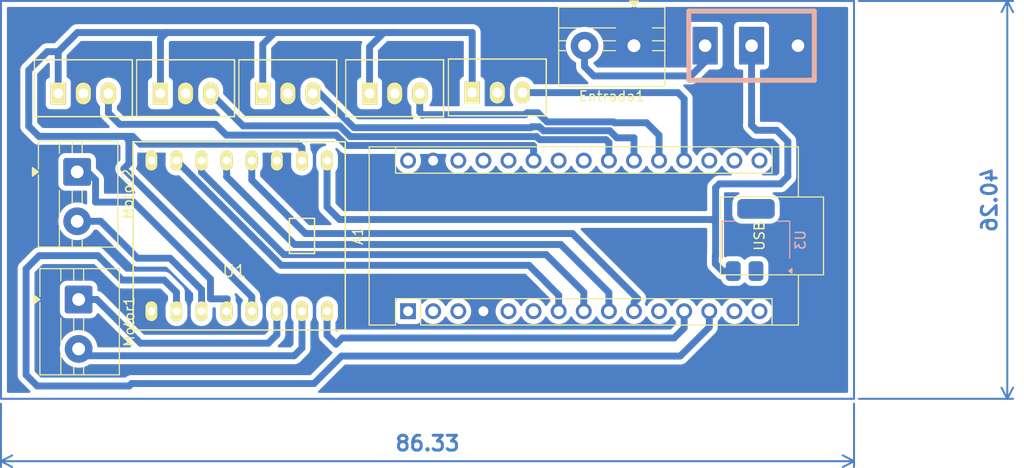
<source format=kicad_pcb>
(kicad_pcb (version 20241229) (generator "pcbnew") (generator_version "9.0")
  (layers (0 "F.Cu" signal) (2 "B.Cu" signal) (13 "F.Paste" user) (15 "B.Paste" user) (5 "F.SilkS" user "F.Silkscreen") (7 "B.SilkS" user "B.Silkscreen") (1 "F.Mask" user) (3 "B.Mask" user) (25 "Edge.Cuts" user))
  (net 0 "")
  (net 1 "Sh3")
  (net 5 "+5V")
  (net 6 "PWMA")
  (net 8 "GND")
  (net 10 "Sh1")
  (net 15 "B2")
  (net 16 "B1")
  (net 18 "out1")
  (net 19 "A2")
  (net 23 "out2")
  (net 24 "PWMB")
  (net 28 "A1")
  (net 29 "Sh2")
  (net 30 "VCC")
  (net 31 "M1a")
  (net 32 "M1b")
  (net 33 "M2b")
  (net 34 "M2a")
  (net 35 "Net-(Entrada1-Pin_2)")
  (footprint "EESTN5:TB6612_Breakout" (layer "F.Cu") (at 97.05 70.65 180)
    (property "Reference" "U1" (at 0.508 -3.556 0) (layer "F.SilkS") (effects (font (size 1.2 1.2))))
    (property "Value" "TB6612_BREAKOUT")
    (fp_line (start 10.7315 -9.525) (end 10.7315 9.525) (stroke (width 0.15)) (layer "F.SilkS"))
    (fp_line (start 10.7315 -9.525) (end -10.7315 -9.525) (stroke (width 0.15)) (layer "F.SilkS"))
    (fp_line (start -5.08 -1.778) (end -5.08 1.778) (stroke (width 0.15)) (layer "F.SilkS"))
    (fp_line (start -7.62 1.778) (end -5.08 1.778) (stroke (width 0.15)) (layer "F.SilkS"))
    (fp_line (start -7.62 1.778) (end -7.62 -1.778) (stroke (width 0.15)) (layer "F.SilkS"))
    (fp_line (start -7.62 -1.778) (end -5.08 -1.778) (stroke (width 0.15)) (layer "F.SilkS"))
    (fp_line (start -10.7315 9.525) (end 10.7315 9.525) (stroke (width 0.15)) (layer "F.SilkS"))
    (fp_line (start -10.7315 9.525) (end -10.7315 -9.525) (stroke (width 0.15)) (layer "F.SilkS"))
    (pad "1" thru_hole oval (at -8.89 7.62 180) (size 1.2 2) (drill 0.8) (layers "*.Cu" "*.Mask" "F.SilkS") (net 30 "VCC"))
    (pad "2" thru_hole oval (at -6.35 7.62 180) (size 1.2 2) (drill 0.8) (layers "*.Cu" "*.Mask" "F.SilkS") (net 5 "+5V"))
    (pad "3" thru_hole oval (at -3.81 7.62 180) (size 1.2 2) (drill 0.8) (layers "*.Cu" "*.Mask" "F.SilkS") (net 8 "GND"))
    (pad "4" thru_hole oval (at -1.27 7.62 180) (size 1.2 2) (drill 0.8) (layers "*.Cu" "*.Mask" "F.SilkS") (net 28 "A1"))
    (pad "5" thru_hole oval (at 1.27 7.62 180) (size 1.2 2) (drill 0.8) (layers "*.Cu" "*.Mask" "F.SilkS") (net 19 "A2"))
    (pad "6" thru_hole oval (at 3.81 7.62 180) (size 1.2 2) (drill 0.8) (layers "*.Cu" "*.Mask" "F.SilkS") (net 16 "B1"))
    (pad "7" thru_hole oval (at 6.35 7.62 180) (size 1.2 2) (drill 0.8) (layers "*.Cu" "*.Mask" "F.SilkS") (net 15 "B2"))
    (pad "8" thru_hole oval (at 8.89 7.62 180) (size 1.2 2) (drill 0.8) (layers "*.Cu" "*.Mask" "F.SilkS") (net 8 "GND"))
    (pad "9" thru_hole oval (at 8.89 -7.62 180) (size 1.2 2) (drill 0.8) (layers "*.Cu" "*.Mask" "F.SilkS") (net 8 "GND"))
    (pad "10" thru_hole oval (at 6.35 -7.62 180) (size 1.2 2) (drill 0.8) (layers "*.Cu" "*.Mask" "F.SilkS") (net 24 "PWMB"))
    (pad "11" thru_hole oval (at 3.81 -7.62 180) (size 1.2 2) (drill 0.8) (layers "*.Cu" "*.Mask" "F.SilkS") (net 33 "M2b"))
    (pad "12" thru_hole oval (at 1.27 -7.62 180) (size 1.2 2) (drill 0.8) (layers "*.Cu" "*.Mask" "F.SilkS") (net 34 "M2a"))
    (pad "13" thru_hole oval (at -1.27 -7.62 180) (size 1.2 2) (drill 0.8) (layers "*.Cu" "*.Mask" "F.SilkS") (net 5 "+5V"))
    (pad "14" thru_hole oval (at -3.81 -7.62 180) (size 1.2 2) (drill 0.8) (layers "*.Cu" "*.Mask" "F.SilkS") (net 31 "M1a"))
    (pad "15" thru_hole oval (at -6.35 -7.62 180) (size 1.2 2) (drill 0.8) (layers "*.Cu" "*.Mask" "F.SilkS") (net 32 "M1b"))
    (pad "16" thru_hole oval (at -8.89 -7.62 180) (size 1.2 2) (drill 0.8) (layers "*.Cu" "*.Mask" "F.SilkS") (net 6 "PWMA"))
  )
  (footprint "EESTN5:JST-3V" (layer "F.Cu") (at 101.97 56.23)
    (property "Reference" "Sharp3" (hide yes))
    (property "Value" "Conn_01x03_Pin" (hide yes))
    (fp_line (start -4.95 -3.4) (end -4.95 2.35) (stroke (width 0.12)) (layer "F.SilkS"))
    (fp_line (start 4.95 -3.4) (end -4.95 -3.4) (stroke (width 0.15)) (layer "F.SilkS"))
    (fp_line (start 4.95 -3.4) (end 4.95 2.35) (stroke (width 0.15)) (layer "F.SilkS"))
    (fp_line (start 4.95 2.35) (end -4.95 2.35) (stroke (width 0.15)) (layer "F.SilkS"))
    (pad "1" thru_hole rect (at -2.54 0) (size 1.524 2.19964) (drill 1.00076) (layers "*.Cu" "*.Mask" "F.SilkS") (net 5 "+5V"))
    (pad "2" thru_hole oval (at 0 0) (size 1.524 2.19964) (drill 1.00076) (layers "*.Cu" "*.Mask" "F.SilkS") (net 8 "GND"))
    (pad "3" thru_hole oval (at 2.54 0) (size 1.524 2.19964) (drill 1.00076) (layers "*.Cu" "*.Mask" "F.SilkS") (net 1 "Sh3"))
  )
  (footprint "TerminalBlock:TerminalBlock_MaiXu_MX126-5.0-02P_1x02_P5.00mm" (layer "F.Cu") (at 80.65 64.17 -90)
    (property "Reference" "Motor2" (at 2.25 -5.12 90) (layer "F.SilkS"))
    (property "Value" "Screw_Terminal_01x02" (hide yes))
    (fp_line (start -3.12 3.92) (end -0.3 3.92) (stroke (width 0.12)) (layer "F.SilkS"))
    (fp_line (start 0.3 3.92) (end 7.62 3.92) (stroke (width 0.12)) (layer "F.SilkS"))
    (fp_line (start -3.12 1.8) (end -1.88 1.8) (stroke (width 0.12)) (layer "F.SilkS"))
    (fp_line (start 1.88 1.8) (end 4.457 1.8) (stroke (width 0.12)) (layer "F.SilkS"))
    (fp_line (start 5.543 1.8) (end 7.62 1.8) (stroke (width 0.12)) (layer "F.SilkS"))
    (fp_line (start -3.12 0.5) (end -1.88 0.5) (stroke (width 0.12)) (layer "F.SilkS"))
    (fp_line (start 1.88 0.5) (end 3.188 0.5) (stroke (width 0.12)) (layer "F.SilkS"))
    (fp_line (start 6.812 0.5) (end 7.62 0.5) (stroke (width 0.12)) (layer "F.SilkS"))
    (fp_line (start -3.12 -0.5) (end -1.88 -0.5) (stroke (width 0.12)) (layer "F.SilkS"))
    (fp_line (start 1.88 -0.5) (end 3.188 -0.5) (stroke (width 0.12)) (layer "F.SilkS"))
    (fp_line (start 6.812 -0.5) (end 7.62 -0.5) (stroke (width 0.12)) (layer "F.SilkS"))
    (fp_line (start -3.12 -4.12) (end -3.12 3.92) (stroke (width 0.12)) (layer "F.SilkS"))
    (fp_line (start -3.12 -4.12) (end 7.62 -4.12) (stroke (width 0.12)) (layer "F.SilkS"))
    (fp_line (start 7.62 -4.12) (end 7.62 3.92) (stroke (width 0.12)) (layer "F.SilkS"))
    (fp_poly (pts (xy 0 3.92) (xy 0.44 4.53) (xy -0.44 4.53)) (stroke (width 0.12)) (fill yes) (layer "F.SilkS"))
    (pad "1" thru_hole roundrect (at 0 0 270) (size 2.8 2.8) (drill 1.3) (layers "*.Cu" "*.Mask") (roundrect_rratio 0.089286) (net 34 "M2a"))
    (pad "2" thru_hole circle (at 5 0 270) (size 2.8 2.8) (drill 1.3) (layers "*.Cu" "*.Mask") (net 33 "M2b"))
  )
  (footprint "EESTN5:JST-3V" (layer "F.Cu") (at 81.275 56.23)
    (property "Reference" "Sharp1" (hide yes))
    (property "Value" "Conn_01x03_Pin" (hide yes))
    (fp_line (start -4.95 -3.4) (end -4.95 2.35) (stroke (width 0.12)) (layer "F.SilkS"))
    (fp_line (start 4.95 -3.4) (end -4.95 -3.4) (stroke (width 0.15)) (layer "F.SilkS"))
    (fp_line (start 4.95 -3.4) (end 4.95 2.35) (stroke (width 0.15)) (layer "F.SilkS"))
    (fp_line (start 4.95 2.35) (end -4.95 2.35) (stroke (width 0.15)) (layer "F.SilkS"))
    (pad "1" thru_hole rect (at -2.54 0) (size 1.524 2.19964) (drill 1.00076) (layers "*.Cu" "*.Mask" "F.SilkS") (net 5 "+5V"))
    (pad "2" thru_hole oval (at 0 0) (size 1.524 2.19964) (drill 1.00076) (layers "*.Cu" "*.Mask" "F.SilkS") (net 8 "GND"))
    (pad "3" thru_hole oval (at 2.54 0) (size 1.524 2.19964) (drill 1.00076) (layers "*.Cu" "*.Mask" "F.SilkS") (net 10 "Sh1"))
  )
  (footprint "EESTN5:JST-3V" (layer "F.Cu") (at 112.78 56.23)
    (property "Reference" "sensorpiso2" (hide yes))
    (property "Value" "Conn_01x03_Pin" (hide yes))
    (fp_line (start -4.95 -3.4) (end -4.95 2.35) (stroke (width 0.12)) (layer "F.SilkS"))
    (fp_line (start 4.95 -3.4) (end -4.95 -3.4) (stroke (width 0.15)) (layer "F.SilkS"))
    (fp_line (start 4.95 -3.4) (end 4.95 2.35) (stroke (width 0.15)) (layer "F.SilkS"))
    (fp_line (start 4.95 2.35) (end -4.95 2.35) (stroke (width 0.15)) (layer "F.SilkS"))
    (pad "1" thru_hole rect (at -2.54 0) (size 1.524 2.19964) (drill 1.00076) (layers "*.Cu" "*.Mask" "F.SilkS") (net 5 "+5V"))
    (pad "2" thru_hole oval (at 0 0) (size 1.524 2.19964) (drill 1.00076) (layers "*.Cu" "*.Mask" "F.SilkS") (net 8 "GND"))
    (pad "3" thru_hole oval (at 2.54 0) (size 1.524 2.19964) (drill 1.00076) (layers "*.Cu" "*.Mask" "F.SilkS") (net 23 "out2"))
  )
  (footprint "TerminalBlock:TerminalBlock_MaiXu_MX126-5.0-02P_1x02_P5.00mm" (layer "F.Cu") (at 137 51.4 180)
    (property "Reference" "Entrada1" (at 2.25 -5.12 0) (layer "F.SilkS"))
    (property "Value" "Screw_Terminal_01x02" (hide yes))
    (fp_line (start 7.62 -4.12) (end 7.62 3.92) (stroke (width 0.12)) (layer "F.SilkS"))
    (fp_line (start 6.812 0.5) (end 7.62 0.5) (stroke (width 0.12)) (layer "F.SilkS"))
    (fp_line (start 6.812 -0.5) (end 7.62 -0.5) (stroke (width 0.12)) (layer "F.SilkS"))
    (fp_line (start 5.543 1.8) (end 7.62 1.8) (stroke (width 0.12)) (layer "F.SilkS"))
    (fp_line (start 1.88 1.8) (end 4.457 1.8) (stroke (width 0.12)) (layer "F.SilkS"))
    (fp_line (start 1.88 0.5) (end 3.188 0.5) (stroke (width 0.12)) (layer "F.SilkS"))
    (fp_line (start 1.88 -0.5) (end 3.188 -0.5) (stroke (width 0.12)) (layer "F.SilkS"))
    (fp_line (start 0.3 3.92) (end 7.62 3.92) (stroke (width 0.12)) (layer "F.SilkS"))
    (fp_line (start -3.12 3.92) (end -0.3 3.92) (stroke (width 0.12)) (layer "F.SilkS"))
    (fp_line (start -3.12 1.8) (end -1.88 1.8) (stroke (width 0.12)) (layer "F.SilkS"))
    (fp_line (start -3.12 0.5) (end -1.88 0.5) (stroke (width 0.12)) (layer "F.SilkS"))
    (fp_line (start -3.12 -0.5) (end -1.88 -0.5) (stroke (width 0.12)) (layer "F.SilkS"))
    (fp_line (start -3.12 -4.12) (end 7.62 -4.12) (stroke (width 0.12)) (layer "F.SilkS"))
    (fp_line (start -3.12 -4.12) (end -3.12 3.92) (stroke (width 0.12)) (layer "F.SilkS"))
    (fp_poly (pts (xy 0 3.92) (xy 0.44 4.53) (xy -0.44 4.53)) (stroke (width 0.12)) (fill yes) (layer "F.SilkS"))
    (pad "1" thru_hole roundrect (at 0 0 180) (size 2.8 2.8) (drill 1.3) (layers "*.Cu" "*.Mask") (roundrect_rratio 0.089286) (net 8 "GND"))
    (pad "2" thru_hole circle (at 5 0 180) (size 2.8 2.8) (drill 1.3) (layers "*.Cu" "*.Mask") (net 35 "Net-(Entrada1-Pin_2)"))
  )
  (footprint "Module:Arduino_Nano" (layer "F.Cu") (at 114.14 78.27 90)
    (property "Reference" "A1" (at 7.62 -5.08 90) (layer "F.SilkS"))
    (property "Value" "Arduino_Nano_Every")
    (fp_line (start 16.64 -3.94) (end -1.4 -3.94) (stroke (width 0.12)) (layer "F.SilkS"))
    (fp_line (start -1.4 -3.94) (end -1.4 -1.27) (stroke (width 0.12)) (layer "F.SilkS"))
    (fp_line (start 13.97 -1.27) (end 16.64 -1.27) (stroke (width 0.12)) (layer "F.SilkS"))
    (fp_line (start 13.97 -1.27) (end 13.97 36.83) (stroke (width 0.12)) (layer "F.SilkS"))
    (fp_line (start 1.27 -1.27) (end -1.4 -1.27) (stroke (width 0.12)) (layer "F.SilkS"))
    (fp_line (start 1.27 1.27) (end 1.27 -1.27) (stroke (width 0.12)) (layer "F.SilkS"))
    (fp_line (start 1.27 1.27) (end -1.4 1.27) (stroke (width 0.12)) (layer "F.SilkS"))
    (fp_line (start 1.27 1.27) (end 1.27 36.83) (stroke (width 0.12)) (layer "F.SilkS"))
    (fp_line (start -1.4 1.27) (end -1.4 39.5) (stroke (width 0.12)) (layer "F.SilkS"))
    (fp_line (start 11.56 31.62) (end 11.56 42.04) (stroke (width 0.12)) (layer "F.SilkS"))
    (fp_line (start 3.68 31.62) (end 11.56 31.62) (stroke (width 0.12)) (layer "F.SilkS"))
    (fp_line (start 13.97 36.83) (end 16.64 36.83) (stroke (width 0.12)) (layer "F.SilkS"))
    (fp_line (start 1.27 36.83) (end -1.4 36.83) (stroke (width 0.12)) (layer "F.SilkS"))
    (fp_line (start 16.64 39.5) (end 16.64 -3.94) (stroke (width 0.12)) (layer "F.SilkS"))
    (fp_line (start 16.64 39.5) (end 11.56 39.5) (stroke (width 0.12)) (layer "F.SilkS"))
    (fp_line (start -1.4 39.5) (end 3.68 39.5) (stroke (width 0.12)) (layer "F.SilkS"))
    (fp_line (start 11.56 42.04) (end 3.68 42.04) (stroke (width 0.12)) (layer "F.SilkS"))
    (fp_line (start 3.68 42.04) (end 3.68 31.62) (stroke (width 0.12)) (layer "F.SilkS"))
    (fp_text user "USB" (at 7.62 35.56 90) (layer "F.SilkS"))
    (pad "1" thru_hole rect (at 0 0 90) (size 1.6 1.6) (drill 1) (layers "*.Cu" "*.Mask"))
    (pad "2" thru_hole oval (at 0 2.54 90) (size 1.6 1.6) (drill 1) (layers "*.Cu" "*.Mask"))
    (pad "3" thru_hole oval (at 0 5.08 90) (size 1.6 1.6) (drill 1) (layers "*.Cu" "*.Mask"))
    (pad "4" thru_hole trapezoid (at 0 7.62 90) (size 1.6 1.6) (drill 1) (layers "*.Cu" "*.Mask") (net 8 "GND"))
    (pad "5" thru_hole oval (at 0 10.16 90) (size 1.6 1.6) (drill 1) (layers "*.Cu" "*.Mask"))
    (pad "6" thru_hole oval (at 0 12.7 90) (size 1.6 1.6) (drill 1) (layers "*.Cu" "*.Mask"))
    (pad "7" thru_hole oval (at 0 15.24 90) (size 1.6 1.6) (drill 1) (layers "*.Cu" "*.Mask") (net 15 "B2"))
    (pad "8" thru_hole oval (at 0 17.78 90) (size 1.6 1.6) (drill 1) (layers "*.Cu" "*.Mask") (net 16 "B1"))
    (pad "9" thru_hole oval (at 0 20.32 90) (size 1.6 1.6) (drill 1) (layers "*.Cu" "*.Mask") (net 19 "A2"))
    (pad "10" thru_hole oval (at 0 22.86 90) (size 1.6 1.6) (drill 1) (layers "*.Cu" "*.Mask") (net 28 "A1"))
    (pad "11" thru_hole oval (at 0 25.4 90) (size 1.6 1.6) (drill 1) (layers "*.Cu" "*.Mask"))
    (pad "12" thru_hole oval (at 0 27.94 90) (size 1.6 1.6) (drill 1) (layers "*.Cu" "*.Mask") (net 6 "PWMA"))
    (pad "13" thru_hole oval (at 0 30.48 90) (size 1.6 1.6) (drill 1) (layers "*.Cu" "*.Mask") (net 24 "PWMB"))
    (pad "14" thru_hole oval (at 0 33.02 90) (size 1.6 1.6) (drill 1) (layers "*.Cu" "*.Mask"))
    (pad "15" thru_hole oval (at 0 35.56 90) (size 1.6 1.6) (drill 1) (layers "*.Cu" "*.Mask"))
    (pad "16" thru_hole oval (at 15.24 35.56 90) (size 1.6 1.6) (drill 1) (layers "*.Cu" "*.Mask"))
    (pad "17" thru_hole oval (at 15.24 33.02 90) (size 1.6 1.6) (drill 1) (layers "*.Cu" "*.Mask"))
    (pad "18" thru_hole oval (at 15.24 30.48 90) (size 1.6 1.6) (drill 1) (layers "*.Cu" "*.Mask"))
    (pad "19" thru_hole oval (at 15.24 27.94 90) (size 1.6 1.6) (drill 1) (layers "*.Cu" "*.Mask") (net 18 "out1"))
    (pad "20" thru_hole oval (at 15.24 25.4 90) (size 1.6 1.6) (drill 1) (layers "*.Cu" "*.Mask") (net 23 "out2"))
    (pad "21" thru_hole oval (at 15.24 22.86 90) (size 1.6 1.6) (drill 1) (layers "*.Cu" "*.Mask") (net 1 "Sh3"))
    (pad "22" thru_hole oval (at 15.24 20.32 90) (size 1.6 1.6) (drill 1) (layers "*.Cu" "*.Mask") (net 29 "Sh2"))
    (pad "23" thru_hole oval (at 15.24 17.78 90) (size 1.6 1.6) (drill 1) (layers "*.Cu" "*.Mask"))
    (pad "24" thru_hole oval (at 15.24 15.24 90) (size 1.6 1.6) (drill 1) (layers "*.Cu" "*.Mask"))
    (pad "25" thru_hole oval (at 15.24 12.7 90) (size 1.6 1.6) (drill 1) (layers "*.Cu" "*.Mask") (net 10 "Sh1"))
    (pad "26" thru_hole oval (at 15.24 10.16 90) (size 1.6 1.6) (drill 1) (layers "*.Cu" "*.Mask"))
    (pad "27" thru_hole oval (at 15.24 7.62 90) (size 1.6 1.6) (drill 1) (layers "*.Cu" "*.Mask"))
    (pad "28" thru_hole oval (at 15.24 5.08 90) (size 1.6 1.6) (drill 1) (layers "*.Cu" "*.Mask"))
    (pad "29" thru_hole oval (at 15.24 2.54 90) (size 1.6 1.6) (drill 1) (layers "*.Cu" "*.Mask") (net 8 "GND"))
    (pad "30" thru_hole oval (at 15.24 0 90) (size 1.6 1.6) (drill 1) (layers "*.Cu" "*.Mask") (net 30 "VCC"))
  )
  (footprint "EESTN5:JST-3V" (layer "F.Cu") (at 123.17 56.15)
    (property "Reference" "sensorpiso1" (hide yes))
    (property "Value" "Conn_01x03_Pin" (hide yes))
    (fp_line (start -4.95 -3.4) (end -4.95 2.35) (stroke (width 0.12)) (layer "F.SilkS"))
    (fp_line (start 4.95 -3.4) (end -4.95 -3.4) (stroke (width 0.15)) (layer "F.SilkS"))
    (fp_line (start 4.95 -3.4) (end 4.95 2.35) (stroke (width 0.15)) (layer "F.SilkS"))
    (fp_line (start 4.95 2.35) (end -4.95 2.35) (stroke (width 0.15)) (layer "F.SilkS"))
    (pad "1" thru_hole rect (at -2.54 0) (size 1.524 2.19964) (drill 1.00076) (layers "*.Cu" "*.Mask" "F.SilkS") (net 5 "+5V"))
    (pad "2" thru_hole oval (at 0 0) (size 1.524 2.19964) (drill 1.00076) (layers "*.Cu" "*.Mask" "F.SilkS") (net 8 "GND"))
    (pad "3" thru_hole oval (at 2.54 0) (size 1.524 2.19964) (drill 1.00076) (layers "*.Cu" "*.Mask" "F.SilkS") (net 18 "out1"))
  )
  (footprint "EESTN5:JST-3V" (layer "F.Cu") (at 91.62 56.23)
    (property "Reference" "Sharp2" (hide yes))
    (property "Value" "Conn_01x03_Pin" (hide yes))
    (fp_line (start -4.95 -3.4) (end -4.95 2.35) (stroke (width 0.12)) (layer "F.SilkS"))
    (fp_line (start 4.95 -3.4) (end -4.95 -3.4) (stroke (width 0.15)) (layer "F.SilkS"))
    (fp_line (start 4.95 -3.4) (end 4.95 2.35) (stroke (width 0.15)) (layer "F.SilkS"))
    (fp_line (start 4.95 2.35) (end -4.95 2.35) (stroke (width 0.15)) (layer "F.SilkS"))
    (pad "1" thru_hole rect (at -2.54 0) (size 1.524 2.19964) (drill 1.00076) (layers "*.Cu" "*.Mask" "F.SilkS") (net 5 "+5V"))
    (pad "2" thru_hole oval (at 0 0) (size 1.524 2.19964) (drill 1.00076) (layers "*.Cu" "*.Mask" "F.SilkS") (net 8 "GND"))
    (pad "3" thru_hole oval (at 2.54 0) (size 1.524 2.19964) (drill 1.00076) (layers "*.Cu" "*.Mask" "F.SilkS") (net 29 "Sh2"))
  )
  (footprint "TerminalBlock:TerminalBlock_MaiXu_MX126-5.0-02P_1x02_P5.00mm" (layer "F.Cu") (at 80.8 77.085 -90)
    (property "Reference" "Motor1" (at 2.25 -5.12 90) (layer "F.SilkS"))
    (property "Value" "Screw_Terminal_01x02" (hide yes))
    (fp_line (start -3.12 3.92) (end -0.3 3.92) (stroke (width 0.12)) (layer "F.SilkS"))
    (fp_line (start 0.3 3.92) (end 7.62 3.92) (stroke (width 0.12)) (layer "F.SilkS"))
    (fp_line (start -3.12 1.8) (end -1.88 1.8) (stroke (width 0.12)) (layer "F.SilkS"))
    (fp_line (start 1.88 1.8) (end 4.457 1.8) (stroke (width 0.12)) (layer "F.SilkS"))
    (fp_line (start 5.543 1.8) (end 7.62 1.8) (stroke (width 0.12)) (layer "F.SilkS"))
    (fp_line (start -3.12 0.5) (end -1.88 0.5) (stroke (width 0.12)) (layer "F.SilkS"))
    (fp_line (start 1.88 0.5) (end 3.188 0.5) (stroke (width 0.12)) (layer "F.SilkS"))
    (fp_line (start 6.812 0.5) (end 7.62 0.5) (stroke (width 0.12)) (layer "F.SilkS"))
    (fp_line (start -3.12 -0.5) (end -1.88 -0.5) (stroke (width 0.12)) (layer "F.SilkS"))
    (fp_line (start 1.88 -0.5) (end 3.188 -0.5) (stroke (width 0.12)) (layer "F.SilkS"))
    (fp_line (start 6.812 -0.5) (end 7.62 -0.5) (stroke (width 0.12)) (layer "F.SilkS"))
    (fp_line (start -3.12 -4.12) (end -3.12 3.92) (stroke (width 0.12)) (layer "F.SilkS"))
    (fp_line (start -3.12 -4.12) (end 7.62 -4.12) (stroke (width 0.12)) (layer "F.SilkS"))
    (fp_line (start 7.62 -4.12) (end 7.62 3.92) (stroke (width 0.12)) (layer "F.SilkS"))
    (fp_poly (pts (xy 0 3.92) (xy 0.44 4.53) (xy -0.44 4.53)) (stroke (width 0.12)) (fill yes) (layer "F.SilkS"))
    (pad "1" thru_hole roundrect (at 0 0 270) (size 2.8 2.8) (drill 1.3) (layers "*.Cu" "*.Mask") (roundrect_rratio 0.089286) (net 31 "M1a"))
    (pad "2" thru_hole circle (at 5 0 270) (size 2.8 2.8) (drill 1.3) (layers "*.Cu" "*.Mask") (net 32 "M1b"))
  )
  (footprint "Package_TO_SOT_SMD:SOT-223-3_TabPin2" (layer "B.Cu") (at 149.35 71.06 90)
    (property "Reference" "U3" (at 0 4.5 90) (layer "B.SilkS") (effects (justify mirror)))
    (property "Value" "AMS1117-1.5" (hide yes))
    (fp_line (start 1.91 -3.41) (end 1.91 -2.15) (stroke (width 0.12)) (layer "B.SilkS"))
    (fp_line (start -1.85 -3.41) (end 1.91 -3.41) (stroke (width 0.12)) (layer "B.SilkS"))
    (fp_line (start 1.91 3.41) (end 1.91 2.15) (stroke (width 0.12)) (layer "B.SilkS"))
    (fp_line (start -1.85 3.41) (end 1.91 3.41) (stroke (width 0.12)) (layer "B.SilkS"))
    (fp_poly (pts (xy -3.13 3.31) (xy -3.37 3.64) (xy -2.89 3.64) (xy -3.13 3.31)) (stroke (width 0.12)) (fill yes) (layer "B.SilkS"))
    (pad "1" smd roundrect (at -3.15 2.3 90) (size 2 1.5) (layers "B.Cu" "B.Mask" "B.Paste") (net 8 "GND"))
    (pad "2" smd roundrect (at -3.15 0 90) (size 2 1.5) (layers "B.Cu" "B.Mask" "B.Paste") (net 5 "+5V"))
    (pad "2" smd roundrect (at 3.15 0 90) (size 2 3.8) (layers "B.Cu" "B.Mask" "B.Paste") (net 5 "+5V"))
    (pad "3" smd roundrect (at -3.15 -2.3 90) (size 2 1.5) (layers "B.Cu" "B.Mask" "B.Paste") (net 30 "VCC"))
  )
  (footprint "EESTN5:SW_SPDT_TH_Vertical" (layer "B.Cu") (at 148.9 51.4 -90)
    (property "Reference" "SW1" (hide yes))
    (property "Value" "SW_Nidec_CAS-120A1" (hide yes))
    (fp_line (start -3.5 6.35) (end -3.5 -6.35) (stroke (width 0.5)) (layer "B.SilkS"))
    (fp_line (start 3.5 6.35) (end -3.5 6.35) (stroke (width 0.5)) (layer "B.SilkS"))
    (fp_line (start 3.5 6.35) (end 3.5 -6.35) (stroke (width 0.508)) (layer "B.SilkS"))
    (fp_line (start -3.5 -6.35) (end 3.5 -6.35) (stroke (width 0.508)) (layer "B.SilkS"))
    (pad "1" thru_hole rect (at 0 4.7 270) (size 3.81 2.54) (drill 1.27) (layers "*.Cu" "*.Mask") (net 35 "Net-(Entrada1-Pin_2)"))
    (pad "2" thru_hole rect (at 0 0 270) (size 3.81 2.54) (drill 1.27) (layers "*.Cu" "*.Mask") (net 30 "VCC"))
    (pad "3" thru_hole rect (at 0 -4.7 270) (size 3.81 2.54) (drill 1.27) (layers "*.Cu" "*.Mask") (net 8 "GND"))
  )
  (gr_rect (start 72.94 46.875) (end 159.27 87.135) (stroke (width 0.2)) (fill no) (layer "B.Cu"))
  (dimension (type orthogonal) (layer "B.Cu") (pts (xy 159.27 46.875) (xy 159.27 87.135)) (height 15.51) (orientation 1) (format (prefix "") (suffix "") (units 3) (units_format 0) (precision 4) (suppress_zeroes yes)) (style (thickness 0.2) (arrow_length 1.27) (text_position_mode 0) (arrow_direction outward) (extension_height 0.58642) (extension_offset 0.5) (keep_text_aligned yes)) (gr_text "40,26" (at 172.98 67.005 90) (layer "B.Cu") (effects (font (size 1.5 1.5) (thickness 0.3)) (justify mirror))))
  (dimension (type orthogonal) (layer "B.Cu") (pts (xy 72.94 87.135) (xy 159.27 87.135)) (height 6.315) (orientation 0) (format (prefix "") (suffix "") (units 3) (units_format 0) (precision 4) (suppress_zeroes yes)) (style (thickness 0.2) (arrow_length 1.27) (text_position_mode 0) (arrow_direction outward) (extension_height 0.58642) (extension_offset 0.5) (keep_text_aligned yes)) (gr_text "86,33" (at 116.105 91.65 0) (layer "B.Cu") (effects (font (size 1.5 1.5) (thickness 0.3)))))
  (segment (start 126.582 59.698) (end 126.681 59.599) (width 0.7) (layer "B.Cu") (net 1))
  (segment (start 126.681 59.599) (end 127.409411 59.599001) (width 0.7) (layer "B.Cu") (net 1))
  (segment (start 105.19 56.23) (end 108.658 59.698) (width 0.7) (layer "B.Cu") (net 1))
  (segment (start 137 60.72) (end 137 63.03) (width 0.7) (layer "B.Cu") (net 1))
  (segment (start 127.837412 60.009) (end 134.553207 60.009001) (width 0.7) (layer "B.Cu") (net 1))
  (segment (start 127.508411 59.698001) (end 127.526414 59.698002) (width 0.7) (layer "B.Cu") (net 1))
  (segment (start 135.264206 60.72) (end 137 60.72) (width 0.7) (layer "B.Cu") (net 1))
  (segment (start 108.658 59.698) (end 126.582 59.698) (width 0.7) (layer "B.Cu") (net 1))
  (segment (start 127.409411 59.599001) (end 127.508411 59.698001) (width 0.7) (layer "B.Cu") (net 1))
  (segment (start 134.553207 60.009001) (end 135.264206 60.72) (width 0.7) (layer "B.Cu") (net 1))
  (segment (start 104.51 56.23) (end 105.19 56.23) (width 0.7) (layer "B.Cu") (net 1))
  (segment (start 127.526414 59.698002) (end 127.837412 60.009) (width 0.7) (layer "B.Cu") (net 1))
  (segment (start 120.63 50.07) (end 120.63 56.15) (width 0.7) (layer "B.Cu") (net 5))
  (segment (start 80.67 50.07) (end 78.735 52.005) (width 0.7) (layer "B.Cu") (net 5))
  (segment (start 111.69 50.07) (end 110.24 51.52) (width 0.7) (layer "B.Cu") (net 5))
  (segment (start 89.08 50.69) (end 89.08 56.23) (width 0.7) (layer "B.Cu") (net 5))
  (segment (start 98.32 78.27) (end 98.32 76.8) (width 0.7) (layer "B.Cu") (net 5))
  (segment (start 86.27 60.58) (end 87.06 61.37) (width 0.7) (layer "B.Cu") (net 5))
  (segment (start 99.43 51.27) (end 99.43 56.23) (width 0.7) (layer "B.Cu") (net 5))
  (segment (start 75.75 53.88) (end 75.75 59.55) (width 0.7) (layer "B.Cu") (net 5))
  (segment (start 112.94 50.07) (end 100.63 50.07) (width 0.7) (layer "B.Cu") (net 5))
  (segment (start 103.4 61.72) (end 103.4 63.03) (width 0.7) (layer "B.Cu") (net 5))
  (segment (start 120.63 50.07) (end 112.94 50.07) (width 0.7) (layer "B.Cu") (net 5))
  (segment (start 100.63 50.07) (end 89.7 50.07) (width 0.7) (layer "B.Cu") (net 5))
  (segment (start 100.63 50.07) (end 99.43 51.27) (width 0.7) (layer "B.Cu") (net 5))
  (segment (start 77.625 52.005) (end 75.75 53.88) (width 0.7) (layer "B.Cu") (net 5))
  (segment (start 76.78 60.58) (end 86.27 60.58) (width 0.7) (layer "B.Cu") (net 5))
  (segment (start 75.75 59.55) (end 76.78 60.58) (width 0.7) (layer "B.Cu") (net 5))
  (segment (start 112.94 50.07) (end 111.69 50.07) (width 0.7) (layer "B.Cu") (net 5))
  (segment (start 85.75 60.84) (end 85.75 60.58) (width 0.7) (layer "B.Cu") (net 5))
  (segment (start 78.735 52.005) (end 78.735 56.23) (width 0.7) (layer "B.Cu") (net 5))
  (segment (start 85.88 60.97) (end 85.75 60.84) (width 0.7) (layer "B.Cu") (net 5))
  (segment (start 85.37 63.85) (end 85.88 63.34) (width 0.7) (layer "B.Cu") (net 5))
  (segment (start 89.7 50.07) (end 89.08 50.69) (width 0.7) (layer "B.Cu") (net 5))
  (segment (start 78.735 52.005) (end 77.625 52.005) (width 0.7) (layer "B.Cu") (net 5))
  (segment (start 87.06 61.37) (end 103.05 61.37) (width 0.7) (layer "B.Cu") (net 5))
  (segment (start 89.7 50.07) (end 80.67 50.07) (width 0.7) (layer "B.Cu") (net 5))
  (segment (start 85.88 63.34) (end 85.88 60.97) (width 0.7) (layer "B.Cu") (net 5))
  (segment (start 110.24 51.52) (end 110.24 56.23) (width 0.7) (layer "B.Cu") (net 5))
  (segment (start 98.32 76.8) (end 85.37 63.85) (width 0.7) (layer "B.Cu") (net 5))
  (segment (start 103.05 61.37) (end 103.4 61.72) (width 0.7) (layer "B.Cu") (net 5))
  (segment (start 105.94 78.27) (end 105.94 80.7) (width 0.7) (layer "B.Cu") (net 6))
  (segment (start 142.08 79.97) (end 142.08 78.27) (width 0.7) (layer "B.Cu") (net 6))
  (segment (start 105.94 80.7) (end 106.85 81.61) (width 0.7) (layer "B.Cu") (net 6))
  (segment (start 107.48 80.98) (end 141.07 80.98) (width 0.7) (layer "B.Cu") (net 6))
  (segment (start 106.85 81.61) (end 107.48 80.98) (width 0.7) (layer "B.Cu") (net 6))
  (segment (start 141.07 80.98) (end 142.08 79.97) (width 0.7) (layer "B.Cu") (net 6))
  (segment (start 107.911588 61.5) (end 126.78 61.5) (width 0.7) (layer "B.Cu") (net 10))
  (segment (start 94.66 59.36) (end 95.75 60.45) (width 0.7) (layer "B.Cu") (net 10))
  (segment (start 126.78 61.5) (end 126.84 61.56) (width 0.7) (layer "B.Cu") (net 10))
  (segment (start 83.815 56.23) (end 83.815 58.215) (width 0.7) (layer "B.Cu") (net 10))
  (segment (start 83.815 58.215) (end 84.96 59.36) (width 0.7) (layer "B.Cu") (net 10))
  (segment (start 126.84 61.56) (end 126.84 63.03) (width 0.7) (layer "B.Cu") (net 10))
  (segment (start 95.75 60.45) (end 106.861588 60.45) (width 0.7) (layer "B.Cu") (net 10))
  (segment (start 106.861588 60.45) (end 107.911588 61.5) (width 0.7) (layer "B.Cu") (net 10))
  (segment (start 84.96 59.36) (end 94.66 59.36) (width 0.7) (layer "B.Cu") (net 10))
  (segment (start 128.12 75.39) (end 129.38 76.65) (width 0.7) (layer "B.Cu") (net 15))
  (segment (start 129.38 76.65) (end 129.38 78.27) (width 0.7) (layer "B.Cu") (net 15))
  (segment (start 101.3 73.63) (end 126.38 73.63) (width 0.7) (layer "B.Cu") (net 15))
  (segment (start 128.12 75.37) (end 128.12 75.39) (width 0.7) (layer "B.Cu") (net 15))
  (segment (start 90.7 63.03) (end 101.3 73.63) (width 0.7) (layer "B.Cu") (net 15))
  (segment (start 126.38 73.63) (end 128.12 75.37) (width 0.7) (layer "B.Cu") (net 15))
  (segment (start 93.24 63.03) (end 93.24 64.21) (width 0.7) (layer "B.Cu") (net 16))
  (segment (start 101.57 72.54) (end 128.11 72.54) (width 0.7) (layer "B.Cu") (net 16))
  (segment (start 128.11 72.54) (end 131.92 76.35) (width 0.7) (layer "B.Cu") (net 16))
  (segment (start 93.24 64.21) (end 101.57 72.54) (width 0.7) (layer "B.Cu") (net 16))
  (segment (start 131.92 76.35) (end 131.92 78.27) (width 0.7) (layer "B.Cu") (net 16))
  (segment (start 125.71 56.15) (end 141.45 56.15) (width 0.7) (layer "B.Cu") (net 18))
  (segment (start 141.45 56.15) (end 142.08 56.78) (width 0.7) (layer "B.Cu") (net 18))
  (segment (start 142.08 56.78) (end 142.08 63.03) (width 0.7) (layer "B.Cu") (net 18))
  (segment (start 129.6 71.52) (end 134.46 76.38) (width 0.7) (layer "B.Cu") (net 19))
  (segment (start 134.46 76.38) (end 134.46 78.27) (width 0.7) (layer "B.Cu") (net 19))
  (segment (start 102.64 71.52) (end 129.6 71.52) (width 0.7) (layer "B.Cu") (net 19))
  (segment (start 95.78 64.66) (end 102.64 71.52) (width 0.7) (layer "B.Cu") (net 19))
  (segment (start 95.78 63.03) (end 95.78 64.66) (width 0.7) (layer "B.Cu") (net 19))
  (segment (start 125.989795 58.38) (end 126.179795 58.19) (width 0.7) (layer "B.Cu") (net 23))
  (segment (start 128.210619 59.108) (end 134.926414 59.108002) (width 0.7) (layer "B.Cu") (net 23))
  (segment (start 139.54 60.47) (end 139.54 63.03) (width 0.7) (layer "B.Cu") (net 23))
  (segment (start 115.65 58.38) (end 125.989795 58.38) (width 0.7) (layer "B.Cu") (net 23))
  (segment (start 115.32 58.13) (end 115.59 58.4) (width 0.7) (layer "B.Cu") (net 23))
  (segment (start 127.89962 58.797001) (end 128.210619 59.108) (width 0.7) (layer "B.Cu") (net 23))
  (segment (start 115.59 58.44) (end 115.65 58.38) (width 0.7) (layer "B.Cu") (net 23))
  (segment (start 135.018412 59.2) (end 138.27 59.2) (width 0.7) (layer "B.Cu") (net 23))
  (segment (start 115.59 58.4) (end 115.59 58.44) (width 0.7) (layer "B.Cu") (net 23))
  (segment (start 134.926414 59.108002) (end 135.018412 59.2) (width 0.7) (layer "B.Cu") (net 23))
  (segment (start 127.274617 58.19) (end 127.881618 58.797001) (width 0.7) (layer "B.Cu") (net 23))
  (segment (start 138.27 59.2) (end 139.54 60.47) (width 0.7) (layer "B.Cu") (net 23))
  (segment (start 115.32 56.23) (end 115.32 58.13) (width 0.7) (layer "B.Cu") (net 23))
  (segment (start 127.881618 58.797001) (end 127.89962 58.797001) (width 0.7) (layer "B.Cu") (net 23))
  (segment (start 126.179795 58.19) (end 127.274617 58.19) (width 0.7) (layer "B.Cu") (net 23))
  (segment (start 107.4 82.81) (end 141.69 82.81) (width 0.7) (layer "B.Cu") (net 24))
  (segment (start 90.7 78.27) (end 90.7 76.36) (width 0.7) (layer "B.Cu") (net 24))
  (segment (start 141.69 82.81) (end 144.62 79.88) (width 0.7) (layer "B.Cu") (net 24))
  (segment (start 75.48 73.98) (end 75.48 84.71) (width 0.7) (layer "B.Cu") (net 24))
  (segment (start 76.81 72.65) (end 75.48 73.98) (width 0.7) (layer "B.Cu") (net 24))
  (segment (start 82.74 72.65) (end 76.81 72.65) (width 0.7) (layer "B.Cu") (net 24))
  (segment (start 90.7 76.36) (end 89.46 75.12) (width 0.7) (layer "B.Cu") (net 24))
  (segment (start 86.16 85.59) (end 104.62 85.59) (width 0.7) (layer "B.Cu") (net 24))
  (segment (start 144.62 79.88) (end 144.62 78.27) (width 0.7) (layer "B.Cu") (net 24))
  (segment (start 75.48 84.71) (end 76.61 85.84) (width 0.7) (layer "B.Cu") (net 24))
  (segment (start 76.61 85.84) (end 85.91 85.84) (width 0.7) (layer "B.Cu") (net 24))
  (segment (start 85.91 85.84) (end 86.16 85.59) (width 0.7) (layer "B.Cu") (net 24))
  (segment (start 89.46 75.12) (end 85.21 75.12) (width 0.7) (layer "B.Cu") (net 24))
  (segment (start 85.21 75.12) (end 82.74 72.65) (width 0.7) (layer "B.Cu") (net 24))
  (segment (start 104.62 85.59) (end 107.4 82.81) (width 0.7) (layer "B.Cu") (net 24))
  (segment (start 137 77.39) (end 137 78.27) (width 0.7) (layer "B.Cu") (net 28))
  (segment (start 98.32 63.03) (end 98.32 64.99) (width 0.7) (layer "B.Cu") (net 28))
  (segment (start 98.32 64.99) (end 103.74 70.41) (width 0.7) (layer "B.Cu") (net 28))
  (segment (start 103.74 70.41) (end 130.78 70.41) (width 0.7) (layer "B.Cu") (net 28))
  (segment (start 137.38 77.01) (end 137 77.39) (width 0.7) (layer "B.Cu") (net 28))
  (segment (start 130.78 70.41) (end 137.38 77.01) (width 0.7) (layer "B.Cu") (net 28))
  (segment (start 94.16 56.23) (end 97.44 59.51) (width 0.7) (layer "B.Cu") (net 29))
  (segment (start 127.464206 60.91) (end 134.18 60.91) (width 0.7) (layer "B.Cu") (net 29))
  (segment (start 97.44 59.51) (end 107.195794 59.51) (width 0.7) (layer "B.Cu") (net 29))
  (segment (start 127.153207 60.599001) (end 127.464206 60.91) (width 0.7) (layer "B.Cu") (net 29))
  (segment (start 134.18 60.91) (end 134.46 61.19) (width 0.7) (layer "B.Cu") (net 29))
  (segment (start 134.46 61.19) (end 134.46 63.03) (width 0.7) (layer "B.Cu") (net 29))
  (segment (start 107.195794 59.51) (end 108.284794 60.599) (width 0.7) (layer "B.Cu") (net 29))
  (segment (start 108.284794 60.599) (end 127.153207 60.599001) (width 0.7) (layer "B.Cu") (net 29))
  (segment (start 145.26 72.64) (end 145.24 72.66) (width 0.7) (layer "B.Cu") (net 30))
  (segment (start 151.83 65.38) (end 145.65 65.38) (width 0.7) (layer "B.Cu") (net 30))
  (segment (start 145.65 65.38) (end 145.26 65.77) (width 0.7) (layer "B.Cu") (net 30))
  (segment (start 151.44 59.96) (end 152.57 61.09) (width 0.7) (layer "B.Cu") (net 30))
  (segment (start 149.41 59.96) (end 151.44 59.96) (width 0.7) (layer "B.Cu") (net 30))
  (segment (start 148.88 59.43) (end 149.41 59.96) (width 0.7) (layer "B.Cu") (net 30))
  (segment (start 148.9 59.45) (end 149.41 59.96) (width 0.7) (layer "B.Cu") (net 30))
  (segment (start 145.26 65.77) (end 145.26 69.26) (width 0.7) (layer "B.Cu") (net 30))
  (segment (start 107.2 68.99) (end 144.99 68.99) (width 0.7) (layer "B.Cu") (net 30))
  (segment (start 145.24 73.48) (end 145.97 74.21) (width 0.7) (layer "B.Cu") (net 30))
  (segment (start 152.57 61.09) (end 152.57 64.64) (width 0.7) (layer "B.Cu") (net 30))
  (segment (start 144.99 68.99) (end 145.26 69.26) (width 0.7) (layer "B.Cu") (net 30))
  (segment (start 148.9 51.4) (end 148.9 59.45) (width 0.7) (layer "B.Cu") (net 30))
  (segment (start 152.57 64.64) (end 151.83 65.38) (width 0.7) (layer "B.Cu") (net 30))
  (segment (start 105.94 63.03) (end 105.94 67.73) (width 0.7) (layer "B.Cu") (net 30))
  (segment (start 145.97 74.21) (end 147.05 74.21) (width 0.7) (layer "B.Cu") (net 30))
  (segment (start 145.26 69.26) (end 145.26 72.64) (width 0.7) (layer "B.Cu") (net 30))
  (segment (start 145.24 72.66) (end 145.24 73.48) (width 0.7) (layer "B.Cu") (net 30))
  (segment (start 105.94 67.73) (end 107.2 68.99) (width 0.7) (layer "B.Cu") (net 30))
  (segment (start 82.635 77.085) (end 87.06 81.51) (width 0.7) (layer "B.Cu") (net 31))
  (segment (start 80.8 77.085) (end 82.635 77.085) (width 0.7) (layer "B.Cu") (net 31))
  (segment (start 100.86 80.64) (end 100.86 78.27) (width 0.7) (layer "B.Cu") (net 31))
  (segment (start 87.06 81.51) (end 99.99 81.51) (width 0.7) (layer "B.Cu") (net 31))
  (segment (start 99.99 81.51) (end 100.86 80.64) (width 0.7) (layer "B.Cu") (net 31))
  (segment (start 103.4 82) (end 103.4 78.27) (width 0.7) (layer "B.Cu") (net 32))
  (segment (start 80.8 82.085) (end 81.495 82.78) (width 0.7) (layer "B.Cu") (net 32))
  (segment (start 102.62 82.78) (end 103.4 82) (width 0.7) (layer "B.Cu") (net 32))
  (segment (start 81.495 82.78) (end 102.62 82.78) (width 0.7) (layer "B.Cu") (net 32))
  (segment (start 93.24 76.1) (end 93.24 78.27) (width 0.7) (layer "B.Cu") (net 33))
  (segment (start 80.65 69.17) (end 83.03 69.17) (width 0.7) (layer "B.Cu") (net 33))
  (segment (start 86.77 72.91) (end 90.05 72.91) (width 0.7) (layer "B.Cu") (net 33))
  (segment (start 90.05 72.91) (end 93.24 76.1) (width 0.7) (layer "B.Cu") (net 33))
  (segment (start 83.03 69.17) (end 86.77 72.91) (width 0.7) (layer "B.Cu") (net 33))
  (segment (start 95.78 77.08) (end 95.78 78.27) (width 0.7) (layer "B.Cu") (net 34))
  (segment (start 82.51 64.98) (end 82.51 67.23) (width 0.7) (layer "B.Cu") (net 34))
  (segment (start 95.84 77.02) (end 95.78 77.08) (width 0.7) (layer "B.Cu") (net 34))
  (segment (start 94.141 77.02) (end 95.84 77.02) (width 0.7) (layer "B.Cu") (net 34))
  (segment (start 81.7 64.17) (end 82.51 64.98) (width 0.7) (layer "B.Cu") (net 34))
  (segment (start 82.51 67.23) (end 86.35 67.23) (width 0.7) (layer "B.Cu") (net 34))
  (segment (start 86.35 67.23) (end 94.141 75.021) (width 0.7) (layer "B.Cu") (net 34))
  (segment (start 94.141 75.021) (end 94.141 77.02) (width 0.7) (layer "B.Cu") (net 34))
  (segment (start 80.65 64.17) (end 81.7 64.17) (width 0.7) (layer "B.Cu") (net 34))
  (segment (start 142.76 54.46) (end 144.2 53.02) (width 0.7) (layer "B.Cu") (net 35))
  (segment (start 144.2 53.02) (end 144.2 51.4) (width 0.7) (layer "B.Cu") (net 35))
  (segment (start 132.93 54.46) (end 142.76 54.46) (width 0.7) (layer "B.Cu") (net 35))
  (segment (start 132 53.53) (end 132.93 54.46) (width 0.7) (layer "B.Cu") (net 35))
  (segment (start 132 51.4) (end 132 53.53) (width 0.7) (layer "B.Cu") (net 35))
  (zone (net 8) (net_name "GND") (layer "B.Cu") (connect_pads yes (clearance 0.5)) (min_thickness 0.25) (fill yes (thermal_gap 0.5) (thermal_bridge_width 0.5))
    (polygon (pts (xy 72.94 46.875) (xy 159.27 46.875) (xy 159.27 87.135) (xy 72.94 87.135)))
  )
)
</source>
